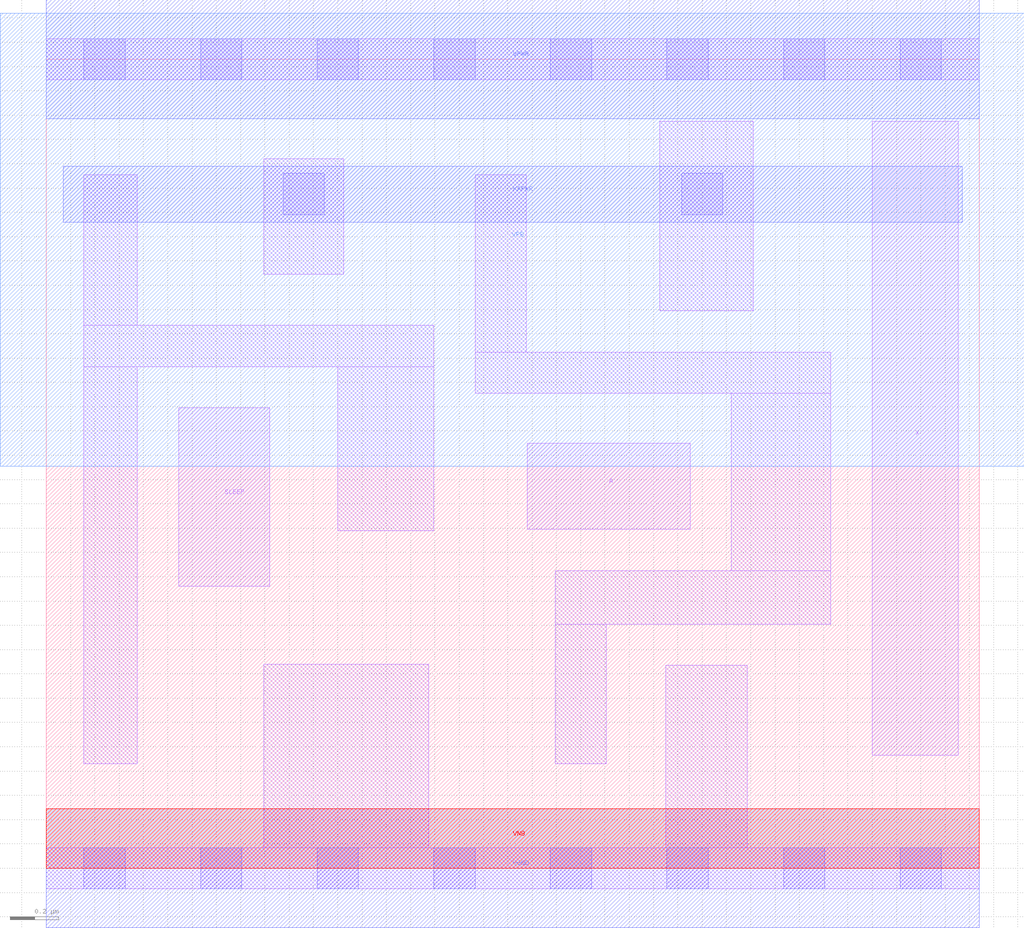
<source format=lef>
# Copyright 2020 The SkyWater PDK Authors
#
# Licensed under the Apache License, Version 2.0 (the "License");
# you may not use this file except in compliance with the License.
# You may obtain a copy of the License at
#
#     https://www.apache.org/licenses/LICENSE-2.0
#
# Unless required by applicable law or agreed to in writing, software
# distributed under the License is distributed on an "AS IS" BASIS,
# WITHOUT WARRANTIES OR CONDITIONS OF ANY KIND, either express or implied.
# See the License for the specific language governing permissions and
# limitations under the License.
#
# SPDX-License-Identifier: Apache-2.0

VERSION 5.7 ;
  NOWIREEXTENSIONATPIN ON ;
  DIVIDERCHAR "/" ;
  BUSBITCHARS "[]" ;
MACRO sky130_fd_sc_lp__iso0p_lp
  CLASS CORE ;
  FOREIGN sky130_fd_sc_lp__iso0p_lp ;
  ORIGIN  0.000000  0.000000 ;
  SIZE  3.840000 BY  3.330000 ;
  SYMMETRY X Y R90 ;
  SITE unit ;
  PIN A
    ANTENNAGATEAREA  0.189000 ;
    DIRECTION INPUT ;
    USE SIGNAL ;
    PORT
      LAYER li1 ;
        RECT 1.980000 1.395000 2.650000 1.750000 ;
    END
  END A
  PIN SLEEP
    ANTENNAGATEAREA  0.252000 ;
    DIRECTION INPUT ;
    USE SIGNAL ;
    PORT
      LAYER li1 ;
        RECT 0.545000 1.160000 0.920000 1.895000 ;
    END
  END SLEEP
  PIN X
    ANTENNADIFFAREA  0.445200 ;
    DIRECTION OUTPUT ;
    USE SIGNAL ;
    PORT
      LAYER li1 ;
        RECT 3.400000 0.465000 3.755000 3.075000 ;
    END
  END X
  PIN KAPWR
    DIRECTION INOUT ;
    USE POWER ;
    PORT
      LAYER met1 ;
        RECT 0.070000 2.660000 3.770000 2.890000 ;
    END
  END KAPWR
  PIN VGND
    DIRECTION INOUT ;
    USE GROUND ;
    PORT
      LAYER met1 ;
        RECT 0.000000 -0.245000 3.840000 0.245000 ;
    END
  END VGND
  PIN VNB
    DIRECTION INOUT ;
    USE GROUND ;
    PORT
      LAYER pwell ;
        RECT 0.000000 0.000000 3.840000 0.245000 ;
    END
  END VNB
  PIN VPB
    DIRECTION INOUT ;
    USE POWER ;
    PORT
      LAYER nwell ;
        RECT -0.190000 1.655000 4.025000 3.520000 ;
    END
  END VPB
  PIN VPWR
    DIRECTION INOUT ;
    USE POWER ;
    PORT
      LAYER met1 ;
        RECT 0.000000 3.085000 3.840000 3.575000 ;
    END
  END VPWR
  OBS
    LAYER li1 ;
      RECT 0.000000 -0.085000 3.840000 0.085000 ;
      RECT 0.000000  3.245000 3.840000 3.415000 ;
      RECT 0.155000  0.430000 0.375000 2.065000 ;
      RECT 0.155000  2.065000 1.595000 2.235000 ;
      RECT 0.155000  2.235000 0.375000 2.855000 ;
      RECT 0.895000  0.085000 1.575000 0.840000 ;
      RECT 0.895000  2.445000 1.225000 2.920000 ;
      RECT 1.200000  1.390000 1.595000 2.065000 ;
      RECT 1.765000  1.955000 3.230000 2.125000 ;
      RECT 1.765000  2.125000 1.975000 2.855000 ;
      RECT 2.095000  0.430000 2.305000 1.005000 ;
      RECT 2.095000  1.005000 3.230000 1.225000 ;
      RECT 2.525000  2.295000 2.910000 3.075000 ;
      RECT 2.550000  0.085000 2.885000 0.835000 ;
      RECT 2.820000  1.225000 3.230000 1.955000 ;
    LAYER mcon ;
      RECT 0.155000 -0.085000 0.325000 0.085000 ;
      RECT 0.155000  3.245000 0.325000 3.415000 ;
      RECT 0.635000 -0.085000 0.805000 0.085000 ;
      RECT 0.635000  3.245000 0.805000 3.415000 ;
      RECT 0.975000  2.690000 1.145000 2.860000 ;
      RECT 1.115000 -0.085000 1.285000 0.085000 ;
      RECT 1.115000  3.245000 1.285000 3.415000 ;
      RECT 1.595000 -0.085000 1.765000 0.085000 ;
      RECT 1.595000  3.245000 1.765000 3.415000 ;
      RECT 2.075000 -0.085000 2.245000 0.085000 ;
      RECT 2.075000  3.245000 2.245000 3.415000 ;
      RECT 2.555000 -0.085000 2.725000 0.085000 ;
      RECT 2.555000  3.245000 2.725000 3.415000 ;
      RECT 2.615000  2.690000 2.785000 2.860000 ;
      RECT 3.035000 -0.085000 3.205000 0.085000 ;
      RECT 3.035000  3.245000 3.205000 3.415000 ;
      RECT 3.515000 -0.085000 3.685000 0.085000 ;
      RECT 3.515000  3.245000 3.685000 3.415000 ;
  END
END sky130_fd_sc_lp__iso0p_lp
END LIBRARY

</source>
